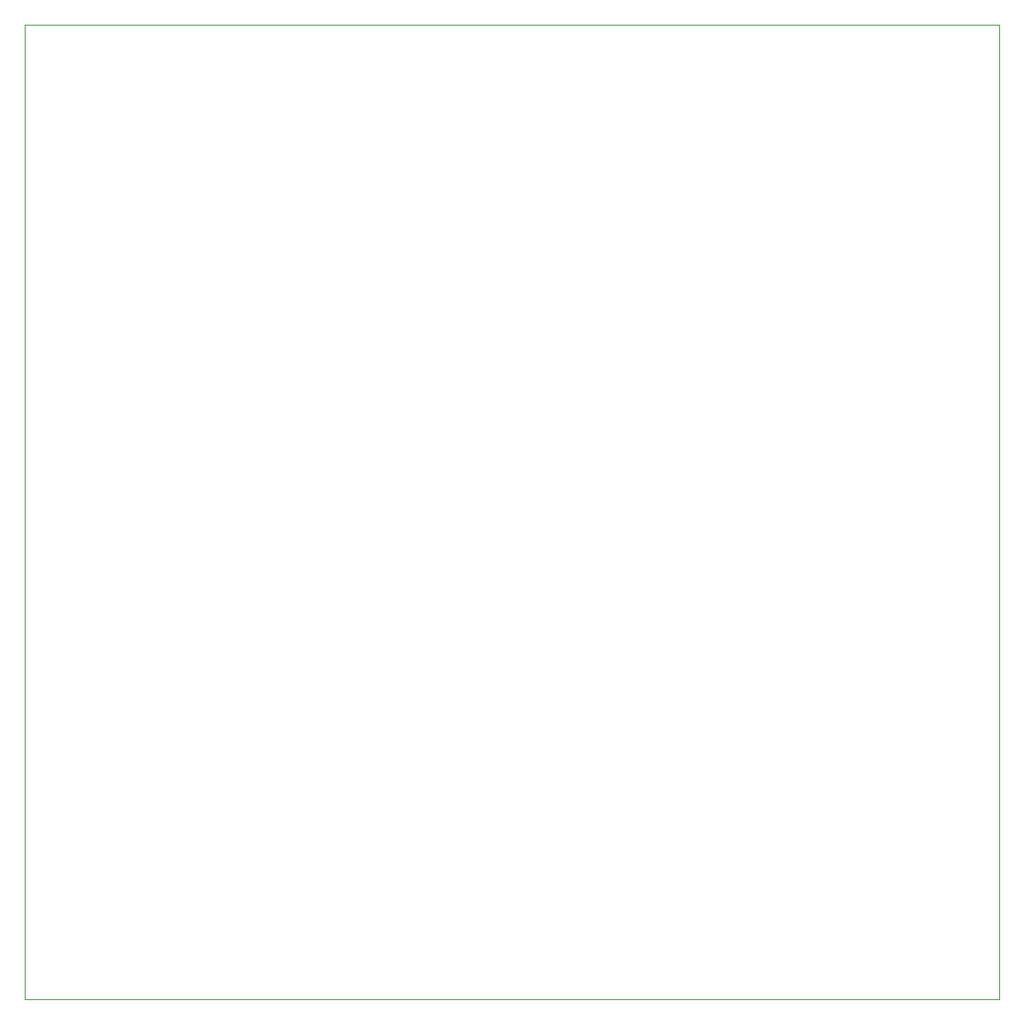
<source format=gm1>
%TF.GenerationSoftware,KiCad,Pcbnew,7.0.10*%
%TF.CreationDate,2024-02-21T11:02:04+01:00*%
%TF.ProjectId,CIFAM,43494641-4d2e-46b6-9963-61645f706362,rev?*%
%TF.SameCoordinates,Original*%
%TF.FileFunction,Profile,NP*%
%FSLAX46Y46*%
G04 Gerber Fmt 4.6, Leading zero omitted, Abs format (unit mm)*
G04 Created by KiCad (PCBNEW 7.0.10) date 2024-02-21 11:02:04*
%MOMM*%
%LPD*%
G01*
G04 APERTURE LIST*
%TA.AperFunction,Profile*%
%ADD10C,0.100000*%
%TD*%
G04 APERTURE END LIST*
D10*
X191300000Y-140662500D02*
X91300000Y-140662500D01*
X91300000Y-40662500D02*
X191300000Y-40662500D01*
X91300000Y-140662500D02*
X91300000Y-40662500D01*
X191300000Y-40662500D02*
X191300000Y-140662500D01*
M02*

</source>
